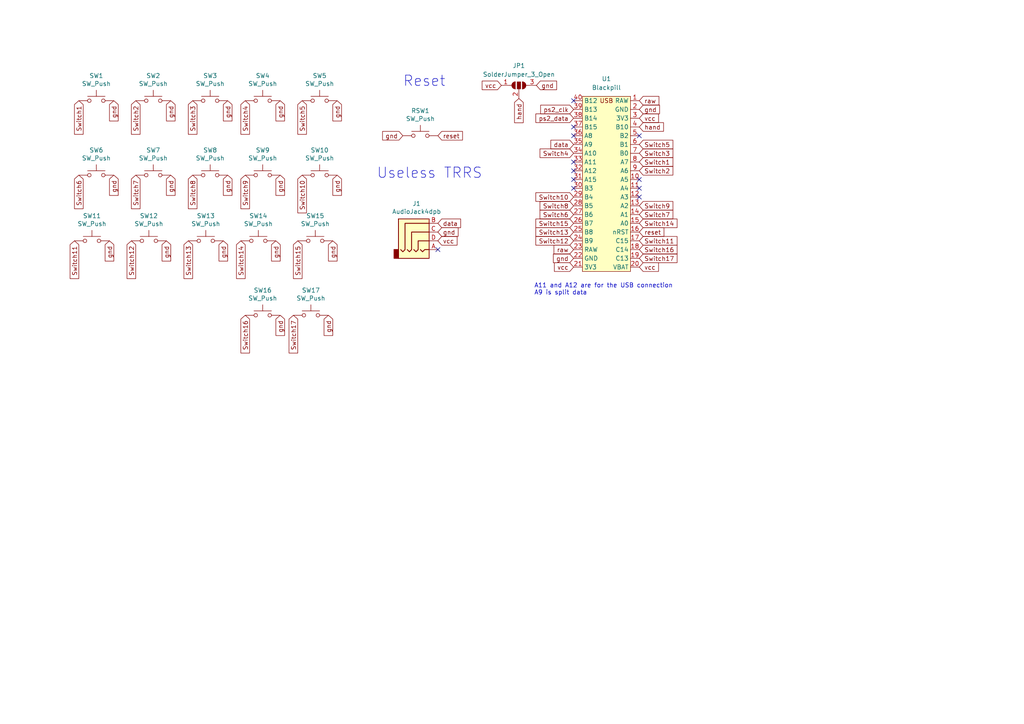
<source format=kicad_sch>
(kicad_sch (version 20230121) (generator eeschema)
  (paper "A4")
  (title_block (title "Sweep V2") (date "2021-03-10") (rev "0.1") (company "broomlabs"))
  (lib_symbols
    (symbol "Blackpill:Blackpill"
      (property "Reference" "U" (at -0.635 24.13 0))
      (property "Value" "Blackpill" (at 0 -29.21 0))
      (symbol "Blackpill_1_1"
        (rectangle (start -6.985 22.86) (end 6.985 -27.94) (fill (type background)))
        (text "USB" (at 0 21.59 0) (effects (font (size 1.27 1.27))))
        (pin power_out line (at 9.525 21.59 180) (length 2.54) (name "RAW") (number "1"))
        (pin bidirectional line (at 9.525 -1.27 180) (length 2.54) (name "A5") (number "10"))
        (pin bidirectional line (at 9.525 -3.81 180) (length 2.54) (name "A4") (number "11"))
        (pin bidirectional line (at 9.525 -6.35 180) (length 2.54) (name "A3") (number "12"))
        (pin bidirectional line (at 9.525 -8.89 180) (length 2.54) (name "A2") (number "13"))
        (pin bidirectional line (at 9.525 -11.43 180) (length 2.54) (name "A1") (number "14"))
        (pin bidirectional line (at 9.525 -13.97 180) (length 2.54) (name "A0") (number "15"))
        (pin input line (at 9.525 -16.51 180) (length 2.54) (name "nRST") (number "16"))
        (pin bidirectional line (at 9.525 -19.05 180) (length 2.54) (name "C15") (number "17"))
        (pin bidirectional line (at 9.525 -21.59 180) (length 2.54) (name "C14") (number "18"))
        (pin bidirectional line (at 9.525 -24.13 180) (length 2.54) (name "C13") (number "19"))
        (pin power_out line (at 9.525 19.05 180) (length 2.54) (name "GND") (number "2"))
        (pin power_in line (at 9.525 -26.67 180) (length 2.54) (name "VBAT") (number "20"))
        (pin power_out line (at -9.525 -26.67 0) (length 2.54) (name "3V3") (number "21"))
        (pin power_out line (at -9.525 -24.13 0) (length 2.54) (name "GND") (number "22"))
        (pin power_out line (at -9.525 -21.59 0) (length 2.54) (name "RAW") (number "23"))
        (pin bidirectional line (at -9.525 -19.05 0) (length 2.54) (name "B9") (number "24"))
        (pin bidirectional line (at -9.525 -16.51 0) (length 2.54) (name "B8") (number "25"))
        (pin bidirectional line (at -9.525 -13.97 0) (length 2.54) (name "B7") (number "26"))
        (pin bidirectional line (at -9.525 -11.43 0) (length 2.54) (name "B6") (number "27"))
        (pin bidirectional line (at -9.525 -8.89 0) (length 2.54) (name "B5") (number "28"))
        (pin bidirectional line (at -9.525 -6.35 0) (length 2.54) (name "B4") (number "29"))
        (pin power_out line (at 9.525 16.51 180) (length 2.54) (name "3V3") (number "3"))
        (pin bidirectional line (at -9.525 -3.81 0) (length 2.54) (name "B3") (number "30"))
        (pin bidirectional line (at -9.525 -1.27 0) (length 2.54) (name "A15") (number "31"))
        (pin bidirectional line (at -9.525 1.27 0) (length 2.54) (name "A12") (number "32"))
        (pin bidirectional line (at -9.525 3.81 0) (length 2.54) (name "A11") (number "33"))
        (pin bidirectional line (at -9.525 6.35 0) (length 2.54) (name "A10") (number "34"))
        (pin bidirectional line (at -9.525 8.89 0) (length 2.54) (name "A9") (number "35"))
        (pin bidirectional line (at -9.525 11.43 0) (length 2.54) (name "A8") (number "36"))
        (pin bidirectional line (at -9.525 13.97 0) (length 2.54) (name "B15") (number "37"))
        (pin bidirectional line (at -9.525 16.51 0) (length 2.54) (name "B14") (number "38"))
        (pin bidirectional line (at -9.525 19.05 0) (length 2.54) (name "B13") (number "39"))
        (pin bidirectional line (at 9.525 13.97 180) (length 2.54) (name "B10") (number "4"))
        (pin bidirectional line (at -9.525 21.59 0) (length 2.54) (name "B12") (number "40"))
        (pin bidirectional line (at 9.525 11.43 180) (length 2.54) (name "B2") (number "5"))
        (pin bidirectional line (at 9.525 8.89 180) (length 2.54) (name "B1") (number "6"))
        (pin bidirectional line (at 9.525 6.35 180) (length 2.54) (name "B0") (number "7"))
        (pin bidirectional line (at 9.525 3.81 180) (length 2.54) (name "A7") (number "8"))
        (pin bidirectional line (at 9.525 1.27 180) (length 2.54) (name "A6") (number "9"))
      )
    )
    (symbol "Jumper:SolderJumper_3_Open" (pin_names (offset 0) hide)
      (property "Reference" "JP" (at -2.54 -2.54 0))
      (property "Value" "SolderJumper_3_Open" (at 0 2.794 0))
      (symbol "SolderJumper_3_Open_0_1"
        (arc (start -1.016 1.016) (mid -2.0276 0) (end -1.016 -1.016))
        (arc (start -1.016 1.016) (mid -2.0276 0) (end -1.016 -1.016) (fill (type outline)))
        (rectangle (start -0.508 1.016) (end 0.508 -1.016) (fill (type outline)))
        (polyline (pts (xy -2.54 0) (xy -2.032 0)))
        (polyline (pts (xy -1.016 1.016) (xy -1.016 -1.016)))
        (polyline (pts (xy 0 -1.27) (xy 0 -1.016)))
        (polyline (pts (xy 1.016 1.016) (xy 1.016 -1.016)))
        (polyline (pts (xy 2.54 0) (xy 2.032 0)))
        (arc (start 1.016 -1.016) (mid 2.0276 0) (end 1.016 1.016))
        (arc (start 1.016 -1.016) (mid 2.0276 0) (end 1.016 1.016) (fill (type outline)))
      )
      (symbol "SolderJumper_3_Open_1_1"
        (pin passive line (at -5.08 0 0) (length 2.54) (name "A") (number "1"))
        (pin passive line (at 0 -3.81 90) (length 2.54) (name "C") (number "2"))
        (pin passive line (at 5.08 0 180) (length 2.54) (name "B") (number "3"))
      )
    )
    (symbol "Switch:SW_Push" (pin_numbers hide) (pin_names (offset 1.016) hide)
      (property "Reference" "SW" (at 1.27 2.54 0))
      (property "Value" "SW_Push" (at 0 -1.524 0))
      (symbol "SW_Push_0_1"
        (circle (center -2.032 0) (radius 0.508))
        (polyline (pts (xy 0 1.27) (xy 0 3.048)))
        (polyline (pts (xy 2.54 1.27) (xy -2.54 1.27)))
        (circle (center 2.032 0) (radius 0.508))
        (pin passive line (at -5.08 0 0) (length 2.54) (name "1") (number "1"))
        (pin passive line (at 5.08 0 180) (length 2.54) (name "2") (number "2"))
      )
    )
    (symbol "half-swept-rescue:AudioJack4dpb-tokas_bp"
      (property "Reference" "J" (at 0 8.89 0))
      (property "Value" "AudioJack4dpb-tokas_bp" (at 0 6.35 0))
      (symbol "AudioJack4dpb-tokas_bp_0_1"
        (rectangle (start -6.35 -5.08) (end -7.62 -7.62) (stroke (width 0.254)) (fill (type outline)))
        (polyline (pts (xy 0 -5.08) (xy 0.635 -5.715) (xy 1.27 -5.08) (xy 2.54 -5.08)) (stroke (width 0.254)))
        (polyline (pts (xy -5.715 -5.08) (xy -5.08 -5.715) (xy -4.445 -5.08) (xy -4.445 2.54) (xy 2.54 2.54)) (stroke (width 0.254)))
        (polyline (pts (xy -1.905 -5.08) (xy -1.27 -5.715) (xy -0.635 -5.08) (xy -0.635 -2.54) (xy 2.54 -2.54)) (stroke (width 0.254)))
        (polyline (pts (xy 2.54 0) (xy -2.54 0) (xy -2.54 -5.08) (xy -3.175 -5.715) (xy -3.81 -5.08)) (stroke (width 0.254)))
        (rectangle (start 2.54 3.81) (end -6.35 -7.62) (stroke (width 0.254)) (fill (type background)))
      )
      (symbol "AudioJack4dpb-tokas_bp_1_1"
        (pin passive line (at 5.08 -5.08 180) (length 2.54) (name "~") (number "A"))
        (pin passive line (at 5.08 2.54 180) (length 2.54) (name "~") (number "B"))
        (pin passive line (at 5.08 0 180) (length 2.54) (name "~") (number "C"))
        (pin passive line (at 5.08 -2.54 180) (length 2.54) (name "~") (number "D"))
      )
    )
  )
  (no_connect (at 166.37 46.99))
  (no_connect (at 185.42 52.07))
  (no_connect (at 166.37 36.83))
  (no_connect (at 166.37 52.07))
  (no_connect (at 185.42 57.15))
  (no_connect (at 166.37 29.21))
  (no_connect (at 166.37 54.61))
  (no_connect (at 166.37 49.53))
  (no_connect (at 127 72.39))
  (no_connect (at 166.37 39.37))
  (no_connect (at 185.42 39.37))
  (no_connect (at 185.42 54.61))
  (text "A11 and A12 are for the USB connection\nA9 is split data" (at 154.94 85.725 0) (effects (font (size 1.27 1.27)) (justify left bottom)))
  (text "Reset" (at 116.84 25.4 0) (effects (font (size 2.9972 2.9972)) (justify left bottom)))
  (text "Useless TRRS\n" (at 109.22 52.07 0) (effects (font (size 2.9972 2.9972)) (justify left bottom)))
  (global_label "ps2_data" (shape input) (at 166.37 34.29 180) (property "Intersheetrefs" "${INTERSHEET_REFS}" (effects hide)))
  (global_label "vcc" (shape input) (at 127 69.85 0) (property "Intersheetrefs" "${INTERSHEET_REFS}" (effects hide)))
  (global_label "Switch10" (shape input) (at 87.63 50.8 270) (property "Intersheetrefs" "${INTERSHEET_REFS}" (effects hide)))
  (global_label "Switch6" (shape input) (at 22.86 50.8 270) (property "Intersheetrefs" "${INTERSHEET_REFS}" (effects hide)))
  (global_label "vcc" (shape input) (at 145.415 24.765 180) (property "Intersheetrefs" "${INTERSHEET_REFS}" (effects hide)))
  (global_label "gnd" (shape input) (at 96.52 69.85 270) (property "Intersheetrefs" "${INTERSHEET_REFS}" (effects hide)))
  (global_label "Switch4" (shape input) (at 166.37 44.45 180) (property "Intersheetrefs" "${INTERSHEET_REFS}" (effects hide)))
  (global_label "Switch15" (shape input) (at 166.37 64.77 180) (property "Intersheetrefs" "${INTERSHEET_REFS}" (effects hide)))
  (global_label "gnd" (shape input) (at 66.04 50.8 270) (property "Intersheetrefs" "${INTERSHEET_REFS}" (effects hide)))
  (global_label "data" (shape input) (at 127 64.77 0) (property "Intersheetrefs" "${INTERSHEET_REFS}" (effects hide)))
  (global_label "gnd" (shape input) (at 81.28 91.44 270) (property "Intersheetrefs" "${INTERSHEET_REFS}" (effects hide)))
  (global_label "gnd" (shape input) (at 80.01 69.85 270) (property "Intersheetrefs" "${INTERSHEET_REFS}" (effects hide)))
  (global_label "Switch17" (shape input) (at 185.42 74.93 0) (property "Intersheetrefs" "${INTERSHEET_REFS}" (effects hide)))
  (global_label "raw" (shape input) (at 185.42 29.21 0) (property "Intersheetrefs" "${INTERSHEET_REFS}" (effects hide)))
  (global_label "Switch1" (shape input) (at 185.42 46.99 0) (property "Intersheetrefs" "${INTERSHEET_REFS}" (effects hide)))
  (global_label "Switch5" (shape input) (at 87.63 29.21 270) (property "Intersheetrefs" "${INTERSHEET_REFS}" (effects hide)))
  (global_label "Switch12" (shape input) (at 166.37 69.85 180) (property "Intersheetrefs" "${INTERSHEET_REFS}" (effects hide)))
  (global_label "reset" (shape input) (at 185.42 67.31 0) (property "Intersheetrefs" "${INTERSHEET_REFS}" (effects hide)))
  (global_label "gnd" (shape input) (at 166.37 74.93 180) (property "Intersheetrefs" "${INTERSHEET_REFS}" (effects hide)))
  (global_label "Switch12" (shape input) (at 38.1 69.85 270) (property "Intersheetrefs" "${INTERSHEET_REFS}" (effects hide)))
  (global_label "gnd" (shape input) (at 33.02 50.8 270) (property "Intersheetrefs" "${INTERSHEET_REFS}" (effects hide)))
  (global_label "Switch9" (shape input) (at 71.12 50.8 270) (property "Intersheetrefs" "${INTERSHEET_REFS}" (effects hide)))
  (global_label "Switch6" (shape input) (at 166.37 62.23 180) (property "Intersheetrefs" "${INTERSHEET_REFS}" (effects hide)))
  (global_label "reset" (shape input) (at 127 39.37 0) (property "Intersheetrefs" "${INTERSHEET_REFS}" (effects hide)))
  (global_label "Switch2" (shape input) (at 185.42 49.53 0) (property "Intersheetrefs" "${INTERSHEET_REFS}" (effects hide)))
  (global_label "Switch15" (shape input) (at 86.36 69.85 270) (property "Intersheetrefs" "${INTERSHEET_REFS}" (effects hide)))
  (global_label "Switch17" (shape input) (at 85.09 91.44 270) (property "Intersheetrefs" "${INTERSHEET_REFS}" (effects hide)))
  (global_label "Switch3" (shape input) (at 55.88 29.21 270) (property "Intersheetrefs" "${INTERSHEET_REFS}" (effects hide)))
  (global_label "gnd" (shape input) (at 49.53 29.21 270) (property "Intersheetrefs" "${INTERSHEET_REFS}" (effects hide)))
  (global_label "gnd" (shape input) (at 185.42 31.75 0) (property "Intersheetrefs" "${INTERSHEET_REFS}" (effects hide)))
  (global_label "Switch7" (shape input) (at 185.42 62.23 0) (property "Intersheetrefs" "${INTERSHEET_REFS}" (effects hide)))
  (global_label "Switch9" (shape input) (at 185.42 59.69 0) (property "Intersheetrefs" "${INTERSHEET_REFS}" (effects hide)))
  (global_label "vcc" (shape input) (at 185.42 77.47 0) (property "Intersheetrefs" "${INTERSHEET_REFS}" (effects hide)))
  (global_label "Switch7" (shape input) (at 39.37 50.8 270) (property "Intersheetrefs" "${INTERSHEET_REFS}" (effects hide)))
  (global_label "gnd" (shape input) (at 33.02 29.21 270) (property "Intersheetrefs" "${INTERSHEET_REFS}" (effects hide)))
  (global_label "Switch2" (shape input) (at 39.37 29.21 270) (property "Intersheetrefs" "${INTERSHEET_REFS}" (effects hide)))
  (global_label "hand" (shape input) (at 150.495 28.575 270) (property "Intersheetrefs" "${INTERSHEET_REFS}" (effects hide)))
  (global_label "Switch1" (shape input) (at 22.86 29.21 270) (property "Intersheetrefs" "${INTERSHEET_REFS}" (effects hide)))
  (global_label "Switch8" (shape input) (at 166.37 59.69 180) (property "Intersheetrefs" "${INTERSHEET_REFS}" (effects hide)))
  (global_label "gnd" (shape input) (at 64.77 69.85 270) (property "Intersheetrefs" "${INTERSHEET_REFS}" (effects hide)))
  (global_label "data" (shape input) (at 166.37 41.91 180) (property "Intersheetrefs" "${INTERSHEET_REFS}" (effects hide)))
  (global_label "Switch14" (shape input) (at 185.42 64.77 0) (property "Intersheetrefs" "${INTERSHEET_REFS}" (effects hide)))
  (global_label "gnd" (shape input) (at 31.75 69.85 270) (property "Intersheetrefs" "${INTERSHEET_REFS}" (effects hide)))
  (global_label "gnd" (shape input) (at 49.53 50.8 270) (property "Intersheetrefs" "${INTERSHEET_REFS}" (effects hide)))
  (global_label "gnd" (shape input) (at 97.79 29.21 270) (property "Intersheetrefs" "${INTERSHEET_REFS}" (effects hide)))
  (global_label "Switch3" (shape input) (at 185.42 44.45 0) (property "Intersheetrefs" "${INTERSHEET_REFS}" (effects hide)))
  (global_label "Switch16" (shape input) (at 71.12 91.44 270) (property "Intersheetrefs" "${INTERSHEET_REFS}" (effects hide)))
  (global_label "vcc" (shape input) (at 166.37 77.47 180) (property "Intersheetrefs" "${INTERSHEET_REFS}" (effects hide)))
  (global_label "Switch4" (shape input) (at 71.12 29.21 270) (property "Intersheetrefs" "${INTERSHEET_REFS}" (effects hide)))
  (global_label "Switch10" (shape input) (at 166.37 57.15 180) (property "Intersheetrefs" "${INTERSHEET_REFS}" (effects hide)))
  (global_label "gnd" (shape input) (at 127 67.31 0) (property "Intersheetrefs" "${INTERSHEET_REFS}" (effects hide)))
  (global_label "gnd" (shape input) (at 97.79 50.8 270) (property "Intersheetrefs" "${INTERSHEET_REFS}" (effects hide)))
  (global_label "Switch16" (shape input) (at 185.42 72.39 0) (property "Intersheetrefs" "${INTERSHEET_REFS}" (effects hide)))
  (global_label "Switch8" (shape input) (at 55.88 50.8 270) (property "Intersheetrefs" "${INTERSHEET_REFS}" (effects hide)))
  (global_label "Switch13" (shape input) (at 166.37 67.31 180) (property "Intersheetrefs" "${INTERSHEET_REFS}" (effects hide)))
  (global_label "Switch11" (shape input) (at 21.59 69.85 270) (property "Intersheetrefs" "${INTERSHEET_REFS}" (effects hide)))
  (global_label "gnd" (shape input) (at 155.575 24.765 0) (property "Intersheetrefs" "${INTERSHEET_REFS}" (effects hide)))
  (global_label "Switch14" (shape input) (at 69.85 69.85 270) (property "Intersheetrefs" "${INTERSHEET_REFS}" (effects hide)))
  (global_label "hand" (shape input) (at 185.42 36.83 0) (property "Intersheetrefs" "${INTERSHEET_REFS}" (effects hide)))
  (global_label "gnd" (shape input) (at 48.26 69.85 270) (property "Intersheetrefs" "${INTERSHEET_REFS}" (effects hide)))
  (global_label "gnd" (shape input) (at 66.04 29.21 270) (property "Intersheetrefs" "${INTERSHEET_REFS}" (effects hide)))
  (global_label "ps2_clk" (shape input) (at 166.37 31.75 180) (property "Intersheetrefs" "${INTERSHEET_REFS}" (effects hide)))
  (global_label "Switch13" (shape input) (at 54.61 69.85 270) (property "Intersheetrefs" "${INTERSHEET_REFS}" (effects hide)))
  (global_label "gnd" (shape input) (at 95.25 91.44 270) (property "Intersheetrefs" "${INTERSHEET_REFS}" (effects hide)))
  (global_label "gnd" (shape input) (at 81.28 50.8 270) (property "Intersheetrefs" "${INTERSHEET_REFS}" (effects hide)))
  (global_label "raw" (shape input) (at 166.37 72.39 180) (property "Intersheetrefs" "${INTERSHEET_REFS}" (effects hide)))
  (global_label "gnd" (shape input) (at 116.84 39.37 180) (property "Intersheetrefs" "${INTERSHEET_REFS}" (effects hide)))
  (global_label "vcc" (shape input) (at 185.42 34.29 0) (property "Intersheetrefs" "${INTERSHEET_REFS}" (effects hide)))
  (global_label "Switch11" (shape input) (at 185.42 69.85 0) (property "Intersheetrefs" "${INTERSHEET_REFS}" (effects hide)))
  (global_label "gnd" (shape input) (at 81.28 29.21 270) (property "Intersheetrefs" "${INTERSHEET_REFS}" (effects hide)))
  (global_label "Switch5" (shape input) (at 185.42 41.91 0) (property "Intersheetrefs" "${INTERSHEET_REFS}" (effects hide)))
  (symbol (lib_id "Switch:SW_Push") (at 27.94 29.21 0) (unit 1)
    (property "Reference" "SW1" (at 27.94 21.971 0))
    (property "Value" "SW_Push" (at 27.94 24.2824 0))
    (property "Footprint" "Kailh:SW_PG1350_rev_DPB" (effects hide))
  )
  (symbol (lib_id "Switch:SW_Push") (at 44.45 29.21 0) (unit 1)
    (property "Reference" "SW2" (at 44.45 21.971 0))
    (property "Value" "SW_Push" (at 44.45 24.2824 0))
    (property "Footprint" "Kailh:SW_PG1350_rev_DPB" (effects hide))
  )
  (symbol (lib_id "Switch:SW_Push") (at 60.96 29.21 0) (unit 1)
    (property "Reference" "SW3" (at 60.96 21.971 0))
    (property "Value" "SW_Push" (at 60.96 24.2824 0))
    (property "Footprint" "Kailh:SW_PG1350_rev_DPB" (effects hide))
  )
  (symbol (lib_id "Switch:SW_Push") (at 76.2 29.21 0) (unit 1)
    (property "Reference" "SW4" (at 76.2 21.971 0))
    (property "Value" "SW_Push" (at 76.2 24.2824 0))
    (property "Footprint" "Kailh:SW_PG1350_rev_DPB" (effects hide))
  )
  (symbol (lib_id "Switch:SW_Push") (at 92.71 29.21 0) (unit 1)
    (property "Reference" "SW5" (at 92.71 21.971 0))
    (property "Value" "SW_Push" (at 92.71 24.2824 0))
    (property "Footprint" "Kailh:SW_PG1350_rev_DPB" (effects hide))
  )
  (symbol (lib_id "Switch:SW_Push") (at 76.2 91.44 0) (unit 1)
    (property "Reference" "SW16" (at 76.2 84.201 0))
    (property "Value" "SW_Push" (at 76.2 86.5124 0))
    (property "Footprint" "Kailh:SW_PG1350_rev_DPB" (effects hide))
  )
  (symbol (lib_id "Switch:SW_Push") (at 90.17 91.44 0) (unit 1)
    (property "Reference" "SW17" (at 90.17 84.201 0))
    (property "Value" "SW_Push" (at 90.17 86.5124 0))
    (property "Footprint" "Kailh:SW_PG1350_rev_DPB" (effects hide))
  )
  (symbol (lib_id "Switch:SW_Push") (at 27.94 50.8 0) (unit 1)
    (property "Reference" "SW6" (at 27.94 43.561 0))
    (property "Value" "SW_Push" (at 27.94 45.8724 0))
    (property "Footprint" "Kailh:SW_PG1350_rev_DPB" (effects hide))
  )
  (symbol (lib_id "Switch:SW_Push") (at 44.45 50.8 0) (unit 1)
    (property "Reference" "SW7" (at 44.45 43.561 0))
    (property "Value" "SW_Push" (at 44.45 45.8724 0))
    (property "Footprint" "Kailh:SW_PG1350_rev_DPB" (effects hide))
  )
  (symbol (lib_id "Switch:SW_Push") (at 60.96 50.8 0) (unit 1)
    (property "Reference" "SW8" (at 60.96 43.561 0))
    (property "Value" "SW_Push" (at 60.96 45.8724 0))
    (property "Footprint" "Kailh:SW_PG1350_rev_DPB" (effects hide))
  )
  (symbol (lib_id "Switch:SW_Push") (at 76.2 50.8 0) (unit 1)
    (property "Reference" "SW9" (at 76.2 43.561 0))
    (property "Value" "SW_Push" (at 76.2 45.8724 0))
    (property "Footprint" "Kailh:SW_PG1350_rev_DPB" (effects hide))
  )
  (symbol (lib_id "Switch:SW_Push") (at 92.71 50.8 0) (unit 1)
    (property "Reference" "SW10" (at 92.71 43.561 0))
    (property "Value" "SW_Push" (at 92.71 45.8724 0))
    (property "Footprint" "Kailh:SW_PG1350_rev_DPB" (effects hide))
  )
  (symbol (lib_id "Switch:SW_Push") (at 26.67 69.85 0) (unit 1)
    (property "Reference" "SW11" (at 26.67 62.611 0))
    (property "Value" "SW_Push" (at 26.67 64.9224 0))
    (property "Footprint" "Kailh:SW_PG1350_rev_DPB" (effects hide))
  )
  (symbol (lib_id "Switch:SW_Push") (at 43.18 69.85 0) (unit 1)
    (property "Reference" "SW12" (at 43.18 62.611 0))
    (property "Value" "SW_Push" (at 43.18 64.9224 0))
    (property "Footprint" "Kailh:SW_PG1350_rev_DPB" (effects hide))
  )
  (symbol (lib_id "Switch:SW_Push") (at 59.69 69.85 0) (unit 1)
    (property "Reference" "SW13" (at 59.69 62.611 0))
    (property "Value" "SW_Push" (at 59.69 64.9224 0))
    (property "Footprint" "Kailh:SW_PG1350_rev_DPB" (effects hide))
  )
  (symbol (lib_id "Switch:SW_Push") (at 74.93 69.85 0) (unit 1)
    (property "Reference" "SW14" (at 74.93 62.611 0))
    (property "Value" "SW_Push" (at 74.93 64.9224 0))
    (property "Footprint" "Kailh:SW_PG1350_rev_DPB" (effects hide))
  )
  (symbol (lib_id "Switch:SW_Push") (at 91.44 69.85 0) (unit 1)
    (property "Reference" "SW15" (at 91.44 62.611 0))
    (property "Value" "SW_Push" (at 91.44 64.9224 0))
    (property "Footprint" "Kailh:SW_PG1350_rev_DPB" (effects hide))
  )
  (symbol (lib_id "Switch:SW_Push") (at 121.92 39.37 0) (unit 1)
    (property "Reference" "RSW1" (at 121.92 32.131 0))
    (property "Value" "SW_Push" (at 121.92 34.4424 0))
    (property "Footprint" "kbd:ResetSW" (effects hide))
  )
  (symbol (lib_id "half-swept-rescue:AudioJack4dpb-tokas_bp") (at 121.92 67.31 0) (unit 1)
    (property "Reference" "J1" (at 120.8278 59.055 0))
    (property "Value" "AudioJack4dpb" (at 120.8278 61.3664 0))
    (property "Footprint" "Blackpill:TRRS 2side" (effects hide))
  )
  (symbol (lib_id "Blackpill:Blackpill") (at 175.895 50.8 0) (unit 1)
    (property "Reference" "U1" (at 175.895 22.86 0))
    (property "Value" "Blackpill" (at 175.895 25.4 0))
    (property "Footprint" "Blackpill:Blakpill" (effects hide))
  )
  (symbol (lib_id "Jumper:SolderJumper_3_Open") (at 150.495 24.765 0) (unit 1)
    (property "Reference" "JP1" (at 150.495 19.05 0))
    (property "Value" "SolderJumper_3_Open" (at 150.495 21.59 0))
    (property "Footprint" "Jumper:SolderJumper-3_P1.3mm_Open_RoundedPad1.0x1.5mm" (effects hide))
  )
)
</source>
